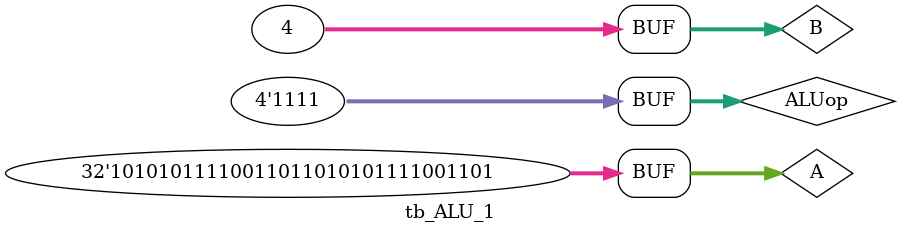
<source format=v>
`timescale 1ns / 1ps


module tb_ALU_1;


// ALU_1 Inputs
reg   [31:0]  A                            = 0 ;
reg   [31:0]  B                            = 0 ;
reg   [3:0]  ALUop                         = 0 ;

// ALU_1 Outputs
wire  [31:0]  ALUresult                    ;


ALU_1  u_ALU_1 (
           .A                       ( A          [31:0] ),
           .B                       ( B          [31:0] ),
           .ALUop                   ( ALUop      [3:0]  ),

           .ALUresult               ( ALUresult  [31:0] )
       );

initial
begin
    #10
    ALUop = 0;
    A = 1;
    B = 4;
    #10
    ALUop = 1;
    A = 1;
    B = 5;
    #10
    ALUop = 2;
    A = 4;
    B = 1;
    #10
    ALUop = 3;
    A = 4;
    B = 2;
    // and
    #10
    ALUop = 4;
    A = 32'b1001111;
    B = 32'b1001001;
    #10
    ALUop = 5;
    A = 32'b1001111;
    B = 32'b1001001;
    #10
    ALUop = 6;
    A = 32'b1001111;
    B = 32'b1001001;
    #10
    ALUop = 7;
    A = 32'b1001111;
    B = 32'b1001001;
    // slt
    #30
    ALUop = 8;
    A = -1;
    B = 3;
    #10
    ALUop = 9;
    A = -1;
    B = 3;
    #10
    ALUop = 9;
    A = 1;
    B = 3;
    // sllv
    #30
    ALUop = 10;
    A = 32'b1001111;
    B = 32'd4;
    #10
    ALUop = 11;
    A = 32'hABCDabcd;
    B = 32'd4;
    // srav
    #30
    ALUop = 12;
    A = 32'hABCDabcd;
    B = 32'd4;
    #40
    ALUop = 4'b1111;

end

endmodule

</source>
